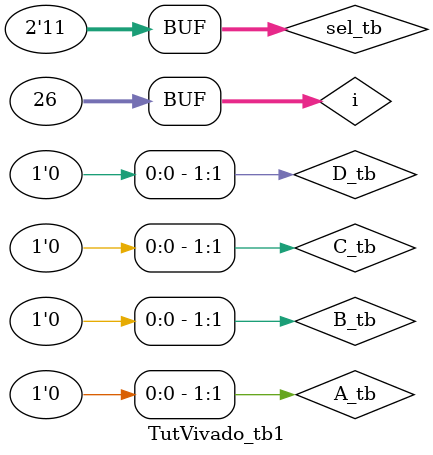
<source format=v>
module TutVivado_tb1(

    );
// Declaramos como reg las entradas del diseño
reg [1:0] A_tb, B_tb, C_tb, D_tb;
reg [1:0] sel_tb;
// Decalaramos como wire las salidas del diseño
wire [1:0] mux_out_tb;

// Instanciamos el diseño que queremos simular
TutVivado C1(A_tb, B_tb, C_tb, D_tb, sel_tb, mux_out_tb);
    
    

    integer i;
    
    
    initial begin
            // Initialize Inputs
            A_tb = 0;
            B_tb = 0;
            C_tb = 0;
            D_tb = 0;
            sel_tb = 0;
            
            // Wait 100 ns for global reset to finish
            #100;
            
            // chequeo de resultado. Conjunto de combinaciones aletaorias. Se mantiene sel fijo
            for (i = 1; i < 26; i = i + 1)begin
            A_tb= $random;
            B_tb = $random;
            C_tb = $random;
            D_tb = $random;
            # 50 ; end
            
            // se aplican otros valores de sel
            #500 sel_tb = 1;
            #200 sel_tb = 2;
            #300 sel_tb = 3;
            end
endmodule
</source>
